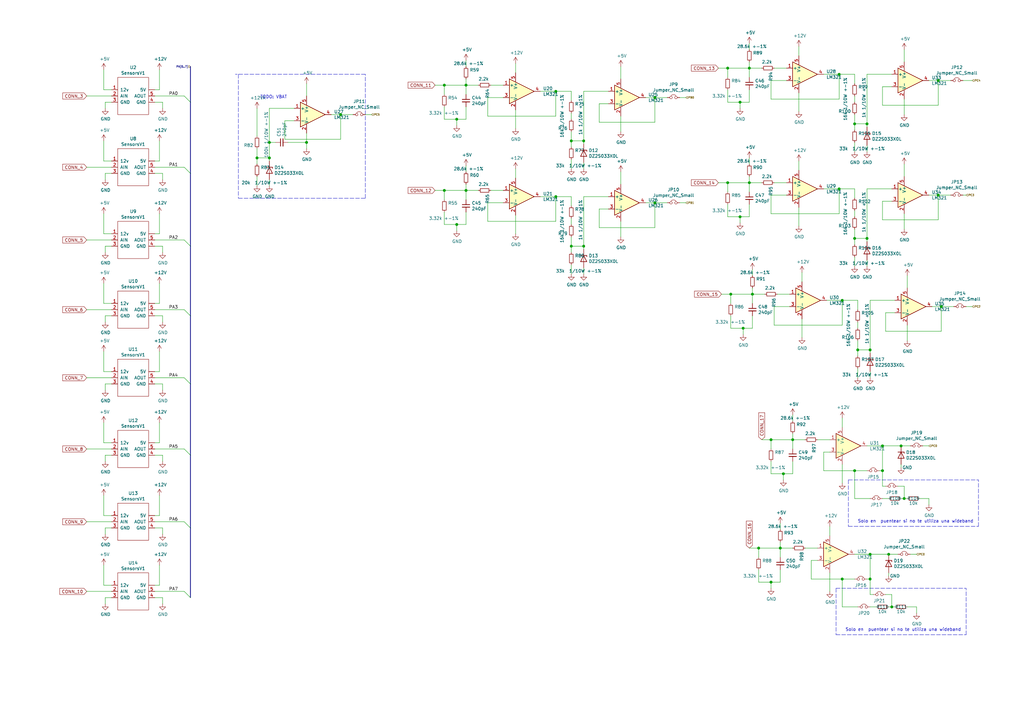
<source format=kicad_sch>
(kicad_sch (version 20201015) (generator eeschema)
  (page 1 5)
  (paper "A3")
  (junction (at 105.41 64.77) (diameter 1.016))
  (junction (at 110.49 58.42) (diameter 1.016))
  (junction (at 110.49 64.77) (diameter 1.016))
  (junction (at 125.73 58.42) (diameter 1.016))
  (junction (at 139.7 46.99) (diameter 1.016))
  (junction (at 182.245 34.925) (diameter 1.016))
  (junction (at 182.245 78.105) (diameter 1.016))
  (junction (at 187.325 48.895) (diameter 1.016))
  (junction (at 187.325 92.075) (diameter 1.016))
  (junction (at 191.135 34.925) (diameter 1.016))
  (junction (at 191.135 78.105) (diameter 1.016))
  (junction (at 227.965 37.465) (diameter 1.016))
  (junction (at 227.965 80.645) (diameter 1.016))
  (junction (at 234.315 57.785) (diameter 1.016))
  (junction (at 234.315 100.965) (diameter 1.016))
  (junction (at 239.395 57.785) (diameter 1.016))
  (junction (at 239.395 100.965) (diameter 1.016))
  (junction (at 268.605 40.005) (diameter 1.016))
  (junction (at 268.605 83.185) (diameter 1.016))
  (junction (at 298.45 27.94) (diameter 1.016))
  (junction (at 298.45 74.93) (diameter 1.016))
  (junction (at 299.72 120.65) (diameter 1.016))
  (junction (at 303.53 41.91) (diameter 1.016))
  (junction (at 303.53 88.9) (diameter 1.016))
  (junction (at 304.8 134.62) (diameter 1.016))
  (junction (at 307.34 27.94) (diameter 1.016))
  (junction (at 307.34 74.93) (diameter 1.016))
  (junction (at 308.61 120.65) (diameter 1.016))
  (junction (at 311.15 224.79) (diameter 1.016))
  (junction (at 316.23 180.34) (diameter 1.016))
  (junction (at 316.23 238.76) (diameter 1.016))
  (junction (at 320.04 224.79) (diameter 1.016))
  (junction (at 321.31 194.31) (diameter 1.016))
  (junction (at 325.12 180.34) (diameter 1.016))
  (junction (at 344.17 30.48) (diameter 1.016))
  (junction (at 344.17 77.47) (diameter 1.016))
  (junction (at 345.44 123.19) (diameter 1.016))
  (junction (at 345.44 237.49) (diameter 1.016))
  (junction (at 350.52 50.8) (diameter 1.016))
  (junction (at 350.52 97.79) (diameter 1.016))
  (junction (at 350.52 193.04) (diameter 1.016))
  (junction (at 351.79 143.51) (diameter 1.016))
  (junction (at 355.6 50.8) (diameter 1.016))
  (junction (at 355.6 97.79) (diameter 1.016))
  (junction (at 356.87 143.51) (diameter 1.016))
  (junction (at 356.87 227.33) (diameter 1.016))
  (junction (at 356.87 237.49) (diameter 1.016))
  (junction (at 361.95 182.88) (diameter 1.016))
  (junction (at 361.95 193.04) (diameter 1.016))
  (junction (at 364.49 227.33) (diameter 1.016))
  (junction (at 365.76 248.92) (diameter 1.016))
  (junction (at 369.57 182.88) (diameter 1.016))
  (junction (at 370.84 204.47) (diameter 1.016))
  (junction (at 384.81 33.02) (diameter 1.016))
  (junction (at 384.81 80.01) (diameter 1.016))
  (junction (at 386.08 125.73) (diameter 1.016))
  (bus_entry (at 75.565 39.37) (size 2.54 2.54) (stroke (width 0.1524)))
  (bus_entry (at 75.565 68.58) (size 2.54 2.54) (stroke (width 0.1524)))
  (bus_entry (at 75.565 98.425) (size 2.54 2.54) (stroke (width 0.1524)))
  (bus_entry (at 75.565 127) (size 2.54 2.54) (stroke (width 0.1524)))
  (bus_entry (at 75.565 154.94) (size 2.54 2.54) (stroke (width 0.1524)))
  (bus_entry (at 75.565 184.15) (size 2.54 2.54) (stroke (width 0.1524)))
  (bus_entry (at 75.565 213.995) (size 2.54 2.54) (stroke (width 0.1524)))
  (bus_entry (at 75.565 242.57) (size 2.54 2.54) (stroke (width 0.1524)))
  (wire (pts (xy 35.56 39.37) (xy 45.72 39.37)))
  (wire (pts (xy 35.56 68.58) (xy 45.72 68.58)))
  (wire (pts (xy 35.56 98.425) (xy 45.72 98.425)))
  (wire (pts (xy 35.56 127) (xy 45.72 127)))
  (wire (pts (xy 35.56 154.94) (xy 45.72 154.94)))
  (wire (pts (xy 35.56 184.15) (xy 45.72 184.15)))
  (wire (pts (xy 35.56 213.995) (xy 45.72 213.995)))
  (wire (pts (xy 35.56 242.57) (xy 45.72 242.57)))
  (wire (pts (xy 42.545 28.575) (xy 42.545 36.83)))
  (wire (pts (xy 42.545 36.83) (xy 45.72 36.83)))
  (wire (pts (xy 42.545 57.785) (xy 42.545 66.04)))
  (wire (pts (xy 42.545 66.04) (xy 45.72 66.04)))
  (wire (pts (xy 42.545 87.63) (xy 42.545 95.885)))
  (wire (pts (xy 42.545 95.885) (xy 45.72 95.885)))
  (wire (pts (xy 42.545 116.205) (xy 42.545 124.46)))
  (wire (pts (xy 42.545 124.46) (xy 45.72 124.46)))
  (wire (pts (xy 42.545 144.145) (xy 42.545 152.4)))
  (wire (pts (xy 42.545 152.4) (xy 45.72 152.4)))
  (wire (pts (xy 42.545 173.355) (xy 42.545 181.61)))
  (wire (pts (xy 42.545 181.61) (xy 45.72 181.61)))
  (wire (pts (xy 42.545 203.2) (xy 42.545 211.455)))
  (wire (pts (xy 42.545 211.455) (xy 45.72 211.455)))
  (wire (pts (xy 42.545 231.775) (xy 42.545 240.03)))
  (wire (pts (xy 42.545 240.03) (xy 45.72 240.03)))
  (wire (pts (xy 43.18 41.91) (xy 43.18 44.45)))
  (wire (pts (xy 43.18 71.12) (xy 43.18 73.66)))
  (wire (pts (xy 43.18 100.965) (xy 43.18 103.505)))
  (wire (pts (xy 43.18 129.54) (xy 43.18 132.08)))
  (wire (pts (xy 43.18 157.48) (xy 43.18 160.02)))
  (wire (pts (xy 43.18 186.69) (xy 43.18 189.23)))
  (wire (pts (xy 43.18 216.535) (xy 43.18 219.075)))
  (wire (pts (xy 43.18 245.11) (xy 43.18 247.65)))
  (wire (pts (xy 45.72 41.91) (xy 43.18 41.91)))
  (wire (pts (xy 45.72 71.12) (xy 43.18 71.12)))
  (wire (pts (xy 45.72 100.965) (xy 43.18 100.965)))
  (wire (pts (xy 45.72 129.54) (xy 43.18 129.54)))
  (wire (pts (xy 45.72 157.48) (xy 43.18 157.48)))
  (wire (pts (xy 45.72 186.69) (xy 43.18 186.69)))
  (wire (pts (xy 45.72 216.535) (xy 43.18 216.535)))
  (wire (pts (xy 45.72 245.11) (xy 43.18 245.11)))
  (wire (pts (xy 63.5 36.83) (xy 65.405 36.83)))
  (wire (pts (xy 63.5 39.37) (xy 75.565 39.37)))
  (wire (pts (xy 63.5 41.91) (xy 66.675 41.91)))
  (wire (pts (xy 63.5 66.04) (xy 65.405 66.04)))
  (wire (pts (xy 63.5 68.58) (xy 75.565 68.58)))
  (wire (pts (xy 63.5 71.12) (xy 66.675 71.12)))
  (wire (pts (xy 63.5 95.885) (xy 65.405 95.885)))
  (wire (pts (xy 63.5 98.425) (xy 75.565 98.425)))
  (wire (pts (xy 63.5 100.965) (xy 66.675 100.965)))
  (wire (pts (xy 63.5 124.46) (xy 65.405 124.46)))
  (wire (pts (xy 63.5 127) (xy 75.565 127)))
  (wire (pts (xy 63.5 129.54) (xy 66.675 129.54)))
  (wire (pts (xy 63.5 152.4) (xy 65.405 152.4)))
  (wire (pts (xy 63.5 154.94) (xy 75.565 154.94)))
  (wire (pts (xy 63.5 157.48) (xy 66.675 157.48)))
  (wire (pts (xy 63.5 181.61) (xy 65.405 181.61)))
  (wire (pts (xy 63.5 184.15) (xy 75.565 184.15)))
  (wire (pts (xy 63.5 186.69) (xy 66.675 186.69)))
  (wire (pts (xy 63.5 211.455) (xy 65.405 211.455)))
  (wire (pts (xy 63.5 213.995) (xy 75.565 213.995)))
  (wire (pts (xy 63.5 216.535) (xy 66.675 216.535)))
  (wire (pts (xy 63.5 240.03) (xy 65.405 240.03)))
  (wire (pts (xy 63.5 242.57) (xy 75.565 242.57)))
  (wire (pts (xy 63.5 245.11) (xy 66.675 245.11)))
  (wire (pts (xy 65.405 28.575) (xy 65.405 36.83)))
  (wire (pts (xy 65.405 57.785) (xy 65.405 66.04)))
  (wire (pts (xy 65.405 87.63) (xy 65.405 95.885)))
  (wire (pts (xy 65.405 116.205) (xy 65.405 124.46)))
  (wire (pts (xy 65.405 144.145) (xy 65.405 152.4)))
  (wire (pts (xy 65.405 173.355) (xy 65.405 181.61)))
  (wire (pts (xy 65.405 203.2) (xy 65.405 211.455)))
  (wire (pts (xy 65.405 231.775) (xy 65.405 240.03)))
  (wire (pts (xy 66.675 41.91) (xy 66.675 44.45)))
  (wire (pts (xy 66.675 71.12) (xy 66.675 73.66)))
  (wire (pts (xy 66.675 100.965) (xy 66.675 103.505)))
  (wire (pts (xy 66.675 129.54) (xy 66.675 132.08)))
  (wire (pts (xy 66.675 157.48) (xy 66.675 160.02)))
  (wire (pts (xy 66.675 186.69) (xy 66.675 189.23)))
  (wire (pts (xy 66.675 216.535) (xy 66.675 219.075)))
  (wire (pts (xy 66.675 245.11) (xy 66.675 247.65)))
  (wire (pts (xy 105.41 44.45) (xy 105.41 55.88)))
  (wire (pts (xy 105.41 60.96) (xy 105.41 64.77)))
  (wire (pts (xy 105.41 64.77) (xy 105.41 67.31)))
  (wire (pts (xy 105.41 72.39) (xy 105.41 76.2)))
  (wire (pts (xy 110.49 44.45) (xy 110.49 58.42)))
  (wire (pts (xy 110.49 44.45) (xy 120.65 44.45)))
  (wire (pts (xy 110.49 58.42) (xy 110.49 64.77)))
  (wire (pts (xy 110.49 64.77) (xy 105.41 64.77)))
  (wire (pts (xy 110.49 66.04) (xy 110.49 64.77)))
  (wire (pts (xy 110.49 76.2) (xy 110.49 73.66)))
  (wire (pts (xy 113.03 58.42) (xy 110.49 58.42)))
  (wire (pts (xy 116.84 49.53) (xy 116.84 57.15)))
  (wire (pts (xy 116.84 57.15) (xy 139.7 57.15)))
  (wire (pts (xy 118.11 58.42) (xy 125.73 58.42)))
  (wire (pts (xy 120.65 49.53) (xy 116.84 49.53)))
  (wire (pts (xy 125.73 39.37) (xy 125.73 34.29)))
  (wire (pts (xy 125.73 58.42) (xy 125.73 54.61)))
  (wire (pts (xy 125.73 60.96) (xy 125.73 58.42)))
  (wire (pts (xy 139.7 46.99) (xy 135.89 46.99)))
  (wire (pts (xy 139.7 46.99) (xy 144.78 46.99)))
  (wire (pts (xy 139.7 57.15) (xy 139.7 46.99)))
  (wire (pts (xy 152.4 46.99) (xy 149.86 46.99)))
  (wire (pts (xy 182.245 34.925) (xy 178.435 34.925)))
  (wire (pts (xy 182.245 38.735) (xy 182.245 34.925)))
  (wire (pts (xy 182.245 43.815) (xy 182.245 48.895)))
  (wire (pts (xy 182.245 48.895) (xy 187.325 48.895)))
  (wire (pts (xy 182.245 78.105) (xy 178.435 78.105)))
  (wire (pts (xy 182.245 81.915) (xy 182.245 78.105)))
  (wire (pts (xy 182.245 86.995) (xy 182.245 92.075)))
  (wire (pts (xy 182.245 92.075) (xy 187.325 92.075)))
  (wire (pts (xy 187.325 48.895) (xy 191.135 48.895)))
  (wire (pts (xy 187.325 51.435) (xy 187.325 48.895)))
  (wire (pts (xy 187.325 92.075) (xy 191.135 92.075)))
  (wire (pts (xy 187.325 94.615) (xy 187.325 92.075)))
  (wire (pts (xy 191.135 24.765) (xy 191.135 27.305)))
  (wire (pts (xy 191.135 32.385) (xy 191.135 34.925)))
  (wire (pts (xy 191.135 34.925) (xy 182.245 34.925)))
  (wire (pts (xy 191.135 34.925) (xy 191.135 38.735)))
  (wire (pts (xy 191.135 48.895) (xy 191.135 43.815)))
  (wire (pts (xy 191.135 67.945) (xy 191.135 70.485)))
  (wire (pts (xy 191.135 75.565) (xy 191.135 78.105)))
  (wire (pts (xy 191.135 78.105) (xy 182.245 78.105)))
  (wire (pts (xy 191.135 78.105) (xy 191.135 81.915)))
  (wire (pts (xy 191.135 92.075) (xy 191.135 86.995)))
  (wire (pts (xy 196.215 34.925) (xy 191.135 34.925)))
  (wire (pts (xy 196.215 78.105) (xy 191.135 78.105)))
  (wire (pts (xy 200.025 40.005) (xy 200.025 47.625)))
  (wire (pts (xy 200.025 47.625) (xy 227.965 47.625)))
  (wire (pts (xy 200.025 83.185) (xy 200.025 90.805)))
  (wire (pts (xy 200.025 90.805) (xy 227.965 90.805)))
  (wire (pts (xy 201.295 34.925) (xy 206.375 34.925)))
  (wire (pts (xy 201.295 78.105) (xy 206.375 78.105)))
  (wire (pts (xy 206.375 40.005) (xy 200.025 40.005)))
  (wire (pts (xy 206.375 83.185) (xy 200.025 83.185)))
  (wire (pts (xy 211.455 29.845) (xy 211.455 26.035)))
  (wire (pts (xy 211.455 45.085) (xy 211.455 52.705)))
  (wire (pts (xy 211.455 73.025) (xy 211.455 69.215)))
  (wire (pts (xy 211.455 88.265) (xy 211.455 95.885)))
  (wire (pts (xy 227.965 37.465) (xy 221.615 37.465)))
  (wire (pts (xy 227.965 37.465) (xy 234.315 37.465)))
  (wire (pts (xy 227.965 47.625) (xy 227.965 37.465)))
  (wire (pts (xy 227.965 80.645) (xy 221.615 80.645)))
  (wire (pts (xy 227.965 80.645) (xy 234.315 80.645)))
  (wire (pts (xy 227.965 90.805) (xy 227.965 80.645)))
  (wire (pts (xy 234.315 41.275) (xy 234.315 37.465)))
  (wire (pts (xy 234.315 48.895) (xy 234.315 46.355)))
  (wire (pts (xy 234.315 53.975) (xy 234.315 57.785)))
  (wire (pts (xy 234.315 57.785) (xy 234.315 60.325)))
  (wire (pts (xy 234.315 65.405) (xy 234.315 69.215)))
  (wire (pts (xy 234.315 84.455) (xy 234.315 80.645)))
  (wire (pts (xy 234.315 92.075) (xy 234.315 89.535)))
  (wire (pts (xy 234.315 97.155) (xy 234.315 100.965)))
  (wire (pts (xy 234.315 100.965) (xy 234.315 103.505)))
  (wire (pts (xy 234.315 108.585) (xy 234.315 112.395)))
  (wire (pts (xy 239.395 37.465) (xy 239.395 57.785)))
  (wire (pts (xy 239.395 37.465) (xy 249.555 37.465)))
  (wire (pts (xy 239.395 57.785) (xy 234.315 57.785)))
  (wire (pts (xy 239.395 59.055) (xy 239.395 57.785)))
  (wire (pts (xy 239.395 69.215) (xy 239.395 66.675)))
  (wire (pts (xy 239.395 80.645) (xy 239.395 100.965)))
  (wire (pts (xy 239.395 80.645) (xy 249.555 80.645)))
  (wire (pts (xy 239.395 100.965) (xy 234.315 100.965)))
  (wire (pts (xy 239.395 102.235) (xy 239.395 100.965)))
  (wire (pts (xy 239.395 112.395) (xy 239.395 109.855)))
  (wire (pts (xy 245.745 42.545) (xy 245.745 50.165)))
  (wire (pts (xy 245.745 50.165) (xy 268.605 50.165)))
  (wire (pts (xy 245.745 85.725) (xy 245.745 93.345)))
  (wire (pts (xy 245.745 93.345) (xy 268.605 93.345)))
  (wire (pts (xy 249.555 42.545) (xy 245.745 42.545)))
  (wire (pts (xy 249.555 85.725) (xy 245.745 85.725)))
  (wire (pts (xy 254.635 32.385) (xy 254.635 27.305)))
  (wire (pts (xy 254.635 53.975) (xy 254.635 47.625)))
  (wire (pts (xy 254.635 75.565) (xy 254.635 70.485)))
  (wire (pts (xy 254.635 97.155) (xy 254.635 90.805)))
  (wire (pts (xy 268.605 40.005) (xy 264.795 40.005)))
  (wire (pts (xy 268.605 50.165) (xy 268.605 40.005)))
  (wire (pts (xy 268.605 83.185) (xy 264.795 83.185)))
  (wire (pts (xy 268.605 93.345) (xy 268.605 83.185)))
  (wire (pts (xy 273.685 40.005) (xy 268.605 40.005)))
  (wire (pts (xy 273.685 83.185) (xy 268.605 83.185)))
  (wire (pts (xy 278.765 83.185) (xy 281.305 83.185)))
  (wire (pts (xy 281.305 40.005) (xy 278.765 40.005)))
  (wire (pts (xy 298.45 27.94) (xy 294.64 27.94)))
  (wire (pts (xy 298.45 31.75) (xy 298.45 27.94)))
  (wire (pts (xy 298.45 36.83) (xy 298.45 41.91)))
  (wire (pts (xy 298.45 41.91) (xy 303.53 41.91)))
  (wire (pts (xy 298.45 74.93) (xy 294.64 74.93)))
  (wire (pts (xy 298.45 78.74) (xy 298.45 74.93)))
  (wire (pts (xy 298.45 83.82) (xy 298.45 88.9)))
  (wire (pts (xy 298.45 88.9) (xy 303.53 88.9)))
  (wire (pts (xy 299.72 120.65) (xy 295.91 120.65)))
  (wire (pts (xy 299.72 124.46) (xy 299.72 120.65)))
  (wire (pts (xy 299.72 129.54) (xy 299.72 134.62)))
  (wire (pts (xy 299.72 134.62) (xy 304.8 134.62)))
  (wire (pts (xy 303.53 41.91) (xy 307.34 41.91)))
  (wire (pts (xy 303.53 44.45) (xy 303.53 41.91)))
  (wire (pts (xy 303.53 88.9) (xy 307.34 88.9)))
  (wire (pts (xy 303.53 91.44) (xy 303.53 88.9)))
  (wire (pts (xy 304.8 134.62) (xy 308.61 134.62)))
  (wire (pts (xy 304.8 137.16) (xy 304.8 134.62)))
  (wire (pts (xy 307.34 17.78) (xy 307.34 20.32)))
  (wire (pts (xy 307.34 25.4) (xy 307.34 27.94)))
  (wire (pts (xy 307.34 27.94) (xy 298.45 27.94)))
  (wire (pts (xy 307.34 27.94) (xy 307.34 31.75)))
  (wire (pts (xy 307.34 41.91) (xy 307.34 36.83)))
  (wire (pts (xy 307.34 64.77) (xy 307.34 67.31)))
  (wire (pts (xy 307.34 72.39) (xy 307.34 74.93)))
  (wire (pts (xy 307.34 74.93) (xy 298.45 74.93)))
  (wire (pts (xy 307.34 74.93) (xy 307.34 78.74)))
  (wire (pts (xy 307.34 88.9) (xy 307.34 83.82)))
  (wire (pts (xy 308.61 110.49) (xy 308.61 113.03)))
  (wire (pts (xy 308.61 118.11) (xy 308.61 120.65)))
  (wire (pts (xy 308.61 120.65) (xy 299.72 120.65)))
  (wire (pts (xy 308.61 120.65) (xy 308.61 124.46)))
  (wire (pts (xy 308.61 134.62) (xy 308.61 129.54)))
  (wire (pts (xy 311.15 224.79) (xy 307.34 224.79)))
  (wire (pts (xy 311.15 228.6) (xy 311.15 224.79)))
  (wire (pts (xy 311.15 233.68) (xy 311.15 238.76)))
  (wire (pts (xy 311.15 238.76) (xy 316.23 238.76)))
  (wire (pts (xy 312.42 27.94) (xy 307.34 27.94)))
  (wire (pts (xy 312.42 74.93) (xy 307.34 74.93)))
  (wire (pts (xy 313.69 120.65) (xy 308.61 120.65)))
  (wire (pts (xy 316.23 33.02) (xy 316.23 40.64)))
  (wire (pts (xy 316.23 40.64) (xy 344.17 40.64)))
  (wire (pts (xy 316.23 80.01) (xy 316.23 87.63)))
  (wire (pts (xy 316.23 87.63) (xy 344.17 87.63)))
  (wire (pts (xy 316.23 180.34) (xy 312.42 180.34)))
  (wire (pts (xy 316.23 184.15) (xy 316.23 180.34)))
  (wire (pts (xy 316.23 189.23) (xy 316.23 194.31)))
  (wire (pts (xy 316.23 194.31) (xy 321.31 194.31)))
  (wire (pts (xy 316.23 238.76) (xy 320.04 238.76)))
  (wire (pts (xy 316.23 241.3) (xy 316.23 238.76)))
  (wire (pts (xy 317.5 27.94) (xy 322.58 27.94)))
  (wire (pts (xy 317.5 74.93) (xy 322.58 74.93)))
  (wire (pts (xy 317.5 125.73) (xy 317.5 133.35)))
  (wire (pts (xy 317.5 133.35) (xy 345.44 133.35)))
  (wire (pts (xy 318.77 120.65) (xy 323.85 120.65)))
  (wire (pts (xy 320.04 214.63) (xy 320.04 217.17)))
  (wire (pts (xy 320.04 222.25) (xy 320.04 224.79)))
  (wire (pts (xy 320.04 224.79) (xy 311.15 224.79)))
  (wire (pts (xy 320.04 224.79) (xy 320.04 228.6)))
  (wire (pts (xy 320.04 238.76) (xy 320.04 233.68)))
  (wire (pts (xy 321.31 194.31) (xy 325.12 194.31)))
  (wire (pts (xy 321.31 196.85) (xy 321.31 194.31)))
  (wire (pts (xy 322.58 33.02) (xy 316.23 33.02)))
  (wire (pts (xy 322.58 80.01) (xy 316.23 80.01)))
  (wire (pts (xy 323.85 125.73) (xy 317.5 125.73)))
  (wire (pts (xy 325.12 170.18) (xy 325.12 172.72)))
  (wire (pts (xy 325.12 177.8) (xy 325.12 180.34)))
  (wire (pts (xy 325.12 180.34) (xy 316.23 180.34)))
  (wire (pts (xy 325.12 180.34) (xy 325.12 184.15)))
  (wire (pts (xy 325.12 194.31) (xy 325.12 189.23)))
  (wire (pts (xy 325.12 224.79) (xy 320.04 224.79)))
  (wire (pts (xy 327.66 22.86) (xy 327.66 19.05)))
  (wire (pts (xy 327.66 38.1) (xy 327.66 45.72)))
  (wire (pts (xy 327.66 69.85) (xy 327.66 66.04)))
  (wire (pts (xy 327.66 85.09) (xy 327.66 92.71)))
  (wire (pts (xy 328.93 115.57) (xy 328.93 111.76)))
  (wire (pts (xy 328.93 130.81) (xy 328.93 138.43)))
  (wire (pts (xy 330.2 180.34) (xy 325.12 180.34)))
  (wire (pts (xy 330.2 224.79) (xy 335.28 224.79)))
  (wire (pts (xy 332.74 229.87) (xy 332.74 237.49)))
  (wire (pts (xy 335.28 180.34) (xy 340.36 180.34)))
  (wire (pts (xy 335.28 229.87) (xy 332.74 229.87)))
  (wire (pts (xy 337.82 185.42) (xy 337.82 193.04)))
  (wire (pts (xy 340.36 185.42) (xy 337.82 185.42)))
  (wire (pts (xy 340.36 219.71) (xy 340.36 215.9)))
  (wire (pts (xy 340.36 234.95) (xy 340.36 242.57)))
  (wire (pts (xy 344.17 30.48) (xy 337.82 30.48)))
  (wire (pts (xy 344.17 30.48) (xy 350.52 30.48)))
  (wire (pts (xy 344.17 40.64) (xy 344.17 30.48)))
  (wire (pts (xy 344.17 77.47) (xy 337.82 77.47)))
  (wire (pts (xy 344.17 77.47) (xy 350.52 77.47)))
  (wire (pts (xy 344.17 87.63) (xy 344.17 77.47)))
  (wire (pts (xy 345.44 123.19) (xy 339.09 123.19)))
  (wire (pts (xy 345.44 123.19) (xy 351.79 123.19)))
  (wire (pts (xy 345.44 133.35) (xy 345.44 123.19)))
  (wire (pts (xy 345.44 175.26) (xy 345.44 171.45)))
  (wire (pts (xy 345.44 190.5) (xy 345.44 198.12)))
  (wire (pts (xy 345.44 237.49) (xy 332.74 237.49)))
  (wire (pts (xy 345.44 248.92) (xy 345.44 237.49)))
  (wire (pts (xy 350.52 34.29) (xy 350.52 30.48)))
  (wire (pts (xy 350.52 41.91) (xy 350.52 39.37)))
  (wire (pts (xy 350.52 46.99) (xy 350.52 50.8)))
  (wire (pts (xy 350.52 50.8) (xy 350.52 53.34)))
  (wire (pts (xy 350.52 58.42) (xy 350.52 62.23)))
  (wire (pts (xy 350.52 81.28) (xy 350.52 77.47)))
  (wire (pts (xy 350.52 88.9) (xy 350.52 86.36)))
  (wire (pts (xy 350.52 93.98) (xy 350.52 97.79)))
  (wire (pts (xy 350.52 97.79) (xy 350.52 100.33)))
  (wire (pts (xy 350.52 105.41) (xy 350.52 109.22)))
  (wire (pts (xy 350.52 193.04) (xy 337.82 193.04)))
  (wire (pts (xy 350.52 204.47) (xy 350.52 193.04)))
  (wire (pts (xy 350.52 237.49) (xy 345.44 237.49)))
  (wire (pts (xy 351.79 127) (xy 351.79 123.19)))
  (wire (pts (xy 351.79 134.62) (xy 351.79 132.08)))
  (wire (pts (xy 351.79 139.7) (xy 351.79 143.51)))
  (wire (pts (xy 351.79 143.51) (xy 351.79 146.05)))
  (wire (pts (xy 351.79 151.13) (xy 351.79 154.94)))
  (wire (pts (xy 351.79 248.92) (xy 345.44 248.92)))
  (wire (pts (xy 355.6 30.48) (xy 355.6 50.8)))
  (wire (pts (xy 355.6 30.48) (xy 365.76 30.48)))
  (wire (pts (xy 355.6 50.8) (xy 350.52 50.8)))
  (wire (pts (xy 355.6 52.07) (xy 355.6 50.8)))
  (wire (pts (xy 355.6 62.23) (xy 355.6 59.69)))
  (wire (pts (xy 355.6 77.47) (xy 355.6 97.79)))
  (wire (pts (xy 355.6 77.47) (xy 365.76 77.47)))
  (wire (pts (xy 355.6 97.79) (xy 350.52 97.79)))
  (wire (pts (xy 355.6 99.06) (xy 355.6 97.79)))
  (wire (pts (xy 355.6 109.22) (xy 355.6 106.68)))
  (wire (pts (xy 355.6 193.04) (xy 350.52 193.04)))
  (wire (pts (xy 355.6 237.49) (xy 356.87 237.49)))
  (wire (pts (xy 356.87 123.19) (xy 356.87 143.51)))
  (wire (pts (xy 356.87 123.19) (xy 367.03 123.19)))
  (wire (pts (xy 356.87 143.51) (xy 351.79 143.51)))
  (wire (pts (xy 356.87 144.78) (xy 356.87 143.51)))
  (wire (pts (xy 356.87 154.94) (xy 356.87 152.4)))
  (wire (pts (xy 356.87 204.47) (xy 350.52 204.47)))
  (wire (pts (xy 356.87 227.33) (xy 350.52 227.33)))
  (wire (pts (xy 356.87 227.33) (xy 364.49 227.33)))
  (wire (pts (xy 356.87 237.49) (xy 356.87 227.33)))
  (wire (pts (xy 356.87 243.84) (xy 356.87 237.49)))
  (wire (pts (xy 356.87 248.92) (xy 359.41 248.92)))
  (wire (pts (xy 358.14 243.84) (xy 356.87 243.84)))
  (wire (pts (xy 360.68 193.04) (xy 361.95 193.04)))
  (wire (pts (xy 361.95 35.56) (xy 361.95 43.18)))
  (wire (pts (xy 361.95 43.18) (xy 384.81 43.18)))
  (wire (pts (xy 361.95 82.55) (xy 361.95 90.17)))
  (wire (pts (xy 361.95 90.17) (xy 384.81 90.17)))
  (wire (pts (xy 361.95 182.88) (xy 355.6 182.88)))
  (wire (pts (xy 361.95 182.88) (xy 369.57 182.88)))
  (wire (pts (xy 361.95 193.04) (xy 361.95 182.88)))
  (wire (pts (xy 361.95 199.39) (xy 361.95 193.04)))
  (wire (pts (xy 361.95 204.47) (xy 364.49 204.47)))
  (wire (pts (xy 363.22 128.27) (xy 363.22 135.89)))
  (wire (pts (xy 363.22 135.89) (xy 386.08 135.89)))
  (wire (pts (xy 363.22 199.39) (xy 361.95 199.39)))
  (wire (pts (xy 364.49 227.33) (xy 368.3 227.33)))
  (wire (pts (xy 364.49 236.22) (xy 364.49 234.95)))
  (wire (pts (xy 364.49 248.92) (xy 365.76 248.92)))
  (wire (pts (xy 365.76 35.56) (xy 361.95 35.56)))
  (wire (pts (xy 365.76 82.55) (xy 361.95 82.55)))
  (wire (pts (xy 365.76 243.84) (xy 363.22 243.84)))
  (wire (pts (xy 365.76 248.92) (xy 365.76 243.84)))
  (wire (pts (xy 365.76 248.92) (xy 367.03 248.92)))
  (wire (pts (xy 367.03 128.27) (xy 363.22 128.27)))
  (wire (pts (xy 369.57 182.88) (xy 373.38 182.88)))
  (wire (pts (xy 369.57 191.77) (xy 369.57 190.5)))
  (wire (pts (xy 369.57 204.47) (xy 370.84 204.47)))
  (wire (pts (xy 370.84 25.4) (xy 370.84 20.32)))
  (wire (pts (xy 370.84 46.99) (xy 370.84 40.64)))
  (wire (pts (xy 370.84 72.39) (xy 370.84 67.31)))
  (wire (pts (xy 370.84 93.98) (xy 370.84 87.63)))
  (wire (pts (xy 370.84 199.39) (xy 368.3 199.39)))
  (wire (pts (xy 370.84 204.47) (xy 370.84 199.39)))
  (wire (pts (xy 370.84 204.47) (xy 372.11 204.47)))
  (wire (pts (xy 372.11 118.11) (xy 372.11 113.03)))
  (wire (pts (xy 372.11 139.7) (xy 372.11 133.35)))
  (wire (pts (xy 372.11 248.92) (xy 375.92 248.92)))
  (wire (pts (xy 375.92 227.33) (xy 373.38 227.33)))
  (wire (pts (xy 375.92 248.92) (xy 375.92 251.46)))
  (wire (pts (xy 377.19 204.47) (xy 381 204.47)))
  (wire (pts (xy 381 182.88) (xy 378.46 182.88)))
  (wire (pts (xy 381 204.47) (xy 381 207.01)))
  (wire (pts (xy 384.81 33.02) (xy 381 33.02)))
  (wire (pts (xy 384.81 43.18) (xy 384.81 33.02)))
  (wire (pts (xy 384.81 80.01) (xy 381 80.01)))
  (wire (pts (xy 384.81 80.01) (xy 389.89 80.01)))
  (wire (pts (xy 384.81 90.17) (xy 384.81 80.01)))
  (wire (pts (xy 386.08 125.73) (xy 382.27 125.73)))
  (wire (pts (xy 386.08 125.73) (xy 391.16 125.73)))
  (wire (pts (xy 386.08 135.89) (xy 386.08 125.73)))
  (wire (pts (xy 389.89 33.02) (xy 384.81 33.02)))
  (wire (pts (xy 396.24 80.01) (xy 394.97 80.01)))
  (wire (pts (xy 398.78 33.02) (xy 394.97 33.02)))
  (wire (pts (xy 398.78 125.73) (xy 396.24 125.73)))
  (bus (pts (xy 78.105 27.305) (xy 78.105 41.91)))
  (bus (pts (xy 78.105 41.91) (xy 78.105 71.12)))
  (bus (pts (xy 78.105 71.12) (xy 78.105 100.965)))
  (bus (pts (xy 78.105 100.965) (xy 78.105 129.54)))
  (bus (pts (xy 78.105 129.54) (xy 78.105 157.48)))
  (bus (pts (xy 78.105 157.48) (xy 78.105 186.69)))
  (bus (pts (xy 78.105 186.69) (xy 78.105 216.535)))
  (bus (pts (xy 78.105 216.535) (xy 78.105 245.11)))
  (polyline (pts (xy 97.79 30.48) (xy 97.79 81.28)) (stroke (width 0) (type dash)))
  (polyline (pts (xy 97.79 81.28) (xy 149.86 81.28)) (stroke (width 0) (type dash)))
  (polyline (pts (xy 149.86 30.48) (xy 96.52 30.48)) (stroke (width 0) (type dash)))
  (polyline (pts (xy 149.86 81.28) (xy 149.86 30.48)) (stroke (width 0) (type dash)))
  (polyline (pts (xy 342.9 241.3) (xy 342.9 260.35)) (stroke (width 0) (type dash)))
  (polyline (pts (xy 342.9 241.3) (xy 396.24 241.3)) (stroke (width 0) (type dash)))
  (polyline (pts (xy 342.9 260.35) (xy 396.24 260.35)) (stroke (width 0) (type dash)))
  (polyline (pts (xy 347.98 196.85) (xy 347.98 215.9)) (stroke (width 0) (type dash)))
  (polyline (pts (xy 347.98 196.85) (xy 401.32 196.85)) (stroke (width 0) (type dash)))
  (polyline (pts (xy 347.98 215.9) (xy 401.32 215.9)) (stroke (width 0) (type dash)))
  (polyline (pts (xy 396.24 260.35) (xy 396.24 241.3)) (stroke (width 0) (type dash)))
  (polyline (pts (xy 401.32 215.9) (xy 401.32 196.85)) (stroke (width 0) (type dash)))
  (text "TODO: VBAT" (at 106.68 40.64 0) (effects (font (size 1.27 1.27)) (justify left bottom)))
  (text "Solo en  puentear si no te utiliza una wideband" (at 346.71 259.08 0) (effects (font (size 1.27 1.27)) (justify left bottom)))
  (text "Solo en  puentear si no te utiliza una wideband" (at 351.79 214.63 0) (effects (font (size 1.27 1.27)) (justify left bottom)))
  (label "PA0" (at 73.025 39.37 180))
  (label "PA1" (at 73.025 68.58 180))
  (label "PA2" (at 73.025 98.425 180))
  (label "PA3" (at 73.025 127 180))
  (label "PA4" (at 73.025 154.94 180))
  (label "PA5" (at 73.025 184.15 180))
  (label "PA6" (at 73.025 213.995 180))
  (label "PA7" (at 73.025 242.57 180))
  (global_label "CONN_3" (shape input) (at 35.56 39.37 180))
  (global_label "CONN_4" (shape input) (at 35.56 68.58 180))
  (global_label "CONN_5" (shape input) (at 35.56 98.425 180))
  (global_label "CONN_6" (shape input) (at 35.56 127 180))
  (global_label "CONN_7" (shape input) (at 35.56 154.94 180))
  (global_label "CONN_8" (shape input) (at 35.56 184.15 180))
  (global_label "CONN_9" (shape input) (at 35.56 213.995 180))
  (global_label "CONN_10" (shape input) (at 35.56 242.57 180))
  (global_label "CONN_11" (shape input) (at 178.435 34.925 180))
  (global_label "CONN_12" (shape input) (at 178.435 78.105 180))
  (global_label "CONN_13" (shape input) (at 294.64 27.94 180))
  (global_label "CONN_14" (shape input) (at 294.64 74.93 180))
  (global_label "CONN_15" (shape input) (at 295.91 120.65 180))
  (global_label "CONN_16" (shape input) (at 307.34 224.79 90))
  (global_label "CONN_17" (shape input) (at 312.42 180.34 90))
  (hierarchical_label "PA[0..7]" (shape input) (at 78.105 27.305 180) (effects (font (size 0.787 0.787))))
  (hierarchical_label "PC5" (shape input) (at 152.4 46.99 0) (effects (font (size 0.7874 0.7874))))
  (hierarchical_label "PB0" (shape input) (at 281.305 40.005 0) (effects (font (size 0.7874 0.7874))))
  (hierarchical_label "PB1" (shape input) (at 281.305 83.185 0) (effects (font (size 0.7874 0.7874))))
  (hierarchical_label "PC0" (shape input) (at 375.92 227.33 0) (effects (font (size 0.7874 0.7874))))
  (hierarchical_label "PC0" (shape input) (at 381 182.88 0) (effects (font (size 0.7874 0.7874))))
  (hierarchical_label "PC3" (shape input) (at 396.24 80.01 0) (effects (font (size 0.7874 0.7874))))
  (hierarchical_label "PC4" (shape input) (at 398.78 33.02 0) (effects (font (size 0.7874 0.7874))))
  (hierarchical_label "PC2" (shape input) (at 398.78 125.73 0) (effects (font (size 0.7874 0.7874))))
  (symbol (lib_id "power:+5V") (at 42.545 28.575 0) (unit 1)
    (property "Reference" "#PWR032" (effects hide))
    (property "Value" "+5V" (at 42.926 24.1808 0))
  )
  (symbol (lib_id "power:+5V") (at 42.545 57.785 0) (unit 1)
    (property "Reference" "#PWR0103" (effects hide))
    (property "Value" "+5V" (at 42.926 53.3908 0))
  )
  (symbol (lib_id "power:+5V") (at 42.545 87.63 0) (unit 1)
    (property "Reference" "#PWR0186" (effects hide))
    (property "Value" "+5V" (at 42.926 83.2358 0))
  )
  (symbol (lib_id "power:+5V") (at 42.545 116.205 0) (unit 1)
    (property "Reference" "#PWR0182" (effects hide))
    (property "Value" "+5V" (at 42.926 111.8108 0))
  )
  (symbol (lib_id "power:+5V") (at 42.545 144.145 0) (unit 1)
    (property "Reference" "#PWR0193" (effects hide))
    (property "Value" "+5V" (at 42.926 139.7508 0))
  )
  (symbol (lib_id "power:+5V") (at 42.545 173.355 0) (unit 1)
    (property "Reference" "#PWR0194" (effects hide))
    (property "Value" "+5V" (at 42.926 168.9608 0))
  )
  (symbol (lib_id "power:+5V") (at 42.545 203.2 0) (unit 1)
    (property "Reference" "#PWR0203" (effects hide))
    (property "Value" "+5V" (at 42.926 198.8058 0))
  )
  (symbol (lib_id "power:+5V") (at 42.545 231.775 0) (unit 1)
    (property "Reference" "#PWR0207" (effects hide))
    (property "Value" "+5V" (at 42.926 227.3808 0))
  )
  (symbol (lib_id "power:+12V") (at 65.405 28.575 0) (unit 1)
    (property "Reference" "#PWR037" (effects hide))
    (property "Value" "+12V" (at 65.786 24.1808 0))
  )
  (symbol (lib_id "power:+12V") (at 65.405 57.785 0) (unit 1)
    (property "Reference" "#PWR0104" (effects hide))
    (property "Value" "+12V" (at 65.786 53.3908 0))
  )
  (symbol (lib_id "power:+12V") (at 65.405 87.63 0) (unit 1)
    (property "Reference" "#PWR0187" (effects hide))
    (property "Value" "+12V" (at 65.786 83.2358 0))
  )
  (symbol (lib_id "power:+12V") (at 65.405 116.205 0) (unit 1)
    (property "Reference" "#PWR0190" (effects hide))
    (property "Value" "+12V" (at 65.786 111.8108 0))
  )
  (symbol (lib_id "power:+12V") (at 65.405 144.145 0) (unit 1)
    (property "Reference" "#PWR0191" (effects hide))
    (property "Value" "+12V" (at 65.786 139.7508 0))
  )
  (symbol (lib_id "power:+12V") (at 65.405 173.355 0) (unit 1)
    (property "Reference" "#PWR0195" (effects hide))
    (property "Value" "+12V" (at 65.786 168.9608 0))
  )
  (symbol (lib_id "power:+12V") (at 65.405 203.2 0) (unit 1)
    (property "Reference" "#PWR0202" (effects hide))
    (property "Value" "+12V" (at 65.786 198.8058 0))
  )
  (symbol (lib_id "power:+12V") (at 65.405 231.775 0) (unit 1)
    (property "Reference" "#PWR0204" (effects hide))
    (property "Value" "+12V" (at 65.786 227.3808 0))
  )
  (symbol (lib_id "power:+12VA") (at 105.41 44.45 0) (unit 1)
    (property "Reference" "#PWR0179" (effects hide))
    (property "Value" "+12VA" (at 105.7783 40.1256 0))
  )
  (symbol (lib_id "power:+5V") (at 125.73 34.29 0) (unit 1)
    (property "Reference" "#PWR0133" (effects hide))
    (property "Value" "+5V" (at 126.111 29.8958 0))
  )
  (symbol (lib_id "power:+5V") (at 191.135 24.765 0) (unit 1)
    (property "Reference" "#PWR075" (effects hide))
    (property "Value" "+5V" (at 191.516 20.3708 0))
  )
  (symbol (lib_id "power:+5V") (at 191.135 67.945 0) (unit 1)
    (property "Reference" "#PWR076" (effects hide))
    (property "Value" "+5V" (at 191.516 63.5508 0))
  )
  (symbol (lib_id "power:+12V") (at 211.455 26.035 0) (unit 1)
    (property "Reference" "#PWR083" (effects hide))
    (property "Value" "+12V" (at 211.836 21.6408 0))
  )
  (symbol (lib_id "power:+12V") (at 211.455 69.215 0) (unit 1)
    (property "Reference" "#PWR085" (effects hide))
    (property "Value" "+12V" (at 211.836 64.8208 0))
  )
  (symbol (lib_id "power:+5V") (at 254.635 27.305 0) (unit 1)
    (property "Reference" "#PWR0121" (effects hide))
    (property "Value" "+5V" (at 255.016 22.9108 0))
  )
  (symbol (lib_id "power:+5V") (at 254.635 70.485 0) (unit 1)
    (property "Reference" "#PWR0129" (effects hide))
    (property "Value" "+5V" (at 255.016 66.0908 0))
  )
  (symbol (lib_id "power:+5V") (at 307.34 17.78 0) (unit 1)
    (property "Reference" "#PWR0140" (effects hide))
    (property "Value" "+5V" (at 307.721 13.3858 0))
  )
  (symbol (lib_id "power:+5V") (at 307.34 64.77 0) (unit 1)
    (property "Reference" "#PWR0141" (effects hide))
    (property "Value" "+5V" (at 307.721 60.3758 0))
  )
  (symbol (lib_id "power:+5V") (at 308.61 110.49 0) (unit 1)
    (property "Reference" "#PWR0142" (effects hide))
    (property "Value" "+5V" (at 308.991 106.0958 0))
  )
  (symbol (lib_id "power:+5V") (at 320.04 214.63 0) (unit 1)
    (property "Reference" "#PWR0144" (effects hide))
    (property "Value" "+5V" (at 320.421 210.2358 0))
  )
  (symbol (lib_id "power:+5V") (at 325.12 170.18 0) (unit 1)
    (property "Reference" "#PWR0143" (effects hide))
    (property "Value" "+5V" (at 325.501 165.7858 0))
  )
  (symbol (lib_id "power:+12V") (at 327.66 19.05 0) (unit 1)
    (property "Reference" "#PWR0145" (effects hide))
    (property "Value" "+12V" (at 328.041 14.6558 0))
  )
  (symbol (lib_id "power:+12V") (at 327.66 66.04 0) (unit 1)
    (property "Reference" "#PWR0147" (effects hide))
    (property "Value" "+12V" (at 328.041 61.6458 0))
  )
  (symbol (lib_id "power:+12V") (at 328.93 111.76 0) (unit 1)
    (property "Reference" "#PWR0149" (effects hide))
    (property "Value" "+12V" (at 329.311 107.3658 0))
  )
  (symbol (lib_id "power:+12V") (at 340.36 215.9 0) (unit 1)
    (property "Reference" "#PWR0153" (effects hide))
    (property "Value" "+12V" (at 340.741 211.5058 0))
  )
  (symbol (lib_id "power:+12V") (at 345.44 171.45 0) (unit 1)
    (property "Reference" "#PWR0151" (effects hide))
    (property "Value" "+12V" (at 345.821 167.0558 0))
  )
  (symbol (lib_id "power:+5V") (at 370.84 20.32 0) (unit 1)
    (property "Reference" "#PWR0165" (effects hide))
    (property "Value" "+5V" (at 371.221 15.9258 0))
  )
  (symbol (lib_id "power:+5V") (at 370.84 67.31 0) (unit 1)
    (property "Reference" "#PWR0167" (effects hide))
    (property "Value" "+5V" (at 371.221 62.9158 0))
  )
  (symbol (lib_id "power:+5V") (at 372.11 113.03 0) (unit 1)
    (property "Reference" "#PWR0169" (effects hide))
    (property "Value" "+5V" (at 372.491 108.6358 0))
  )
  (symbol (lib_id "power:GND") (at 43.18 44.45 0) (unit 1)
    (property "Reference" "#PWR0180" (effects hide))
    (property "Value" "GND" (at 43.2943 48.7744 0))
  )
  (symbol (lib_id "power:GND") (at 43.18 73.66 0) (unit 1)
    (property "Reference" "#PWR0185" (effects hide))
    (property "Value" "GND" (at 43.2943 77.9844 0))
  )
  (symbol (lib_id "power:GND") (at 43.18 103.505 0) (unit 1)
    (property "Reference" "#PWR0188" (effects hide))
    (property "Value" "GND" (at 43.2943 107.8294 0))
  )
  (symbol (lib_id "power:GND") (at 43.18 132.08 0) (unit 1)
    (property "Reference" "#PWR0192" (effects hide))
    (property "Value" "GND" (at 43.2943 136.4044 0))
  )
  (symbol (lib_id "power:GND") (at 43.18 160.02 0) (unit 1)
    (property "Reference" "#PWR0196" (effects hide))
    (property "Value" "GND" (at 43.2943 164.3444 0))
  )
  (symbol (lib_id "power:GND") (at 43.18 189.23 0) (unit 1)
    (property "Reference" "#PWR0200" (effects hide))
    (property "Value" "GND" (at 43.2943 193.5544 0))
  )
  (symbol (lib_id "power:GND") (at 43.18 219.075 0) (unit 1)
    (property "Reference" "#PWR0206" (effects hide))
    (property "Value" "GND" (at 43.2943 223.3994 0))
  )
  (symbol (lib_id "power:GND") (at 43.18 247.65 0) (unit 1)
    (property "Reference" "#PWR0199" (effects hide))
    (property "Value" "GND" (at 43.2943 251.9744 0))
  )
  (symbol (lib_id "power:GND") (at 66.675 44.45 0) (unit 1)
    (property "Reference" "#PWR0181" (effects hide))
    (property "Value" "GND" (at 66.7893 48.7744 0))
  )
  (symbol (lib_id "power:GND") (at 66.675 73.66 0) (unit 1)
    (property "Reference" "#PWR0184" (effects hide))
    (property "Value" "GND" (at 66.7893 77.9844 0))
  )
  (symbol (lib_id "power:GND") (at 66.675 103.505 0) (unit 1)
    (property "Reference" "#PWR0189" (effects hide))
    (property "Value" "GND" (at 66.7893 107.8294 0))
  )
  (symbol (lib_id "power:GND") (at 66.675 132.08 0) (unit 1)
    (property "Reference" "#PWR0183" (effects hide))
    (property "Value" "GND" (at 66.7893 136.4044 0))
  )
  (symbol (lib_id "power:GND") (at 66.675 160.02 0) (unit 1)
    (property "Reference" "#PWR0197" (effects hide))
    (property "Value" "GND" (at 66.7893 164.3444 0))
  )
  (symbol (lib_id "power:GND") (at 66.675 189.23 0) (unit 1)
    (property "Reference" "#PWR0201" (effects hide))
    (property "Value" "GND" (at 66.7893 193.5544 0))
  )
  (symbol (lib_id "power:GND") (at 66.675 219.075 0) (unit 1)
    (property "Reference" "#PWR0198" (effects hide))
    (property "Value" "GND" (at 66.7893 223.3994 0))
  )
  (symbol (lib_id "power:GND") (at 66.675 247.65 0) (unit 1)
    (property "Reference" "#PWR0205" (effects hide))
    (property "Value" "GND" (at 66.7893 251.9744 0))
  )
  (symbol (lib_id "power:GND") (at 105.41 76.2 0) (unit 1)
    (property "Reference" "#PWR0131" (effects hide))
    (property "Value" "GND" (at 105.537 80.5942 0))
  )
  (symbol (lib_id "power:GND") (at 110.49 76.2 0) (unit 1)
    (property "Reference" "#PWR0132" (effects hide))
    (property "Value" "GND" (at 110.617 80.5942 0))
  )
  (symbol (lib_id "power:GND") (at 125.73 60.96 0) (unit 1)
    (property "Reference" "#PWR0134" (effects hide))
    (property "Value" "GND" (at 125.857 65.3542 0))
  )
  (symbol (lib_id "power:GND") (at 187.325 51.435 0) (unit 1)
    (property "Reference" "#PWR070" (effects hide))
    (property "Value" "GND" (at 187.452 55.8292 0))
  )
  (symbol (lib_id "power:GND") (at 187.325 94.615 0) (unit 1)
    (property "Reference" "#PWR071" (effects hide))
    (property "Value" "GND" (at 187.452 99.0092 0))
  )
  (symbol (lib_id "power:GND") (at 211.455 52.705 0) (unit 1)
    (property "Reference" "#PWR084" (effects hide))
    (property "Value" "GND" (at 211.582 57.0992 0))
  )
  (symbol (lib_id "power:GND") (at 211.455 95.885 0) (unit 1)
    (property "Reference" "#PWR086" (effects hide))
    (property "Value" "GND" (at 211.582 100.2792 0))
  )
  (symbol (lib_id "power:GND") (at 234.315 69.215 0) (unit 1)
    (property "Reference" "#PWR090" (effects hide))
    (property "Value" "GND" (at 234.442 73.6092 0))
  )
  (symbol (lib_id "power:GND") (at 234.315 112.395 0) (unit 1)
    (property "Reference" "#PWR091" (effects hide))
    (property "Value" "GND" (at 234.442 116.7892 0))
  )
  (symbol (lib_id "power:GND") (at 239.395 69.215 0) (unit 1)
    (property "Reference" "#PWR095" (effects hide))
    (property "Value" "GND" (at 239.522 73.6092 0))
  )
  (symbol (lib_id "power:GND") (at 239.395 112.395 0) (unit 1)
    (property "Reference" "#PWR096" (effects hide))
    (property "Value" "GND" (at 239.522 116.7892 0))
  )
  (symbol (lib_id "power:GND") (at 254.635 53.975 0) (unit 1)
    (property "Reference" "#PWR0122" (effects hide))
    (property "Value" "GND" (at 254.762 58.3692 0))
  )
  (symbol (lib_id "power:GND") (at 254.635 97.155 0) (unit 1)
    (property "Reference" "#PWR0130" (effects hide))
    (property "Value" "GND" (at 254.762 101.5492 0))
  )
  (symbol (lib_id "power:GND") (at 303.53 44.45 0) (unit 1)
    (property "Reference" "#PWR0135" (effects hide))
    (property "Value" "GND" (at 303.657 48.8442 0))
  )
  (symbol (lib_id "power:GND") (at 303.53 91.44 0) (unit 1)
    (property "Reference" "#PWR0136" (effects hide))
    (property "Value" "GND" (at 303.657 95.8342 0))
  )
  (symbol (lib_id "power:GND") (at 304.8 137.16 0) (unit 1)
    (property "Reference" "#PWR0137" (effects hide))
    (property "Value" "GND" (at 304.927 141.5542 0))
  )
  (symbol (lib_id "power:GND") (at 316.23 241.3 0) (unit 1)
    (property "Reference" "#PWR0139" (effects hide))
    (property "Value" "GND" (at 316.357 245.6942 0))
  )
  (symbol (lib_id "power:GND") (at 321.31 196.85 0) (unit 1)
    (property "Reference" "#PWR0138" (effects hide))
    (property "Value" "GND" (at 321.437 201.2442 0))
  )
  (symbol (lib_id "power:GND") (at 327.66 45.72 0) (unit 1)
    (property "Reference" "#PWR0146" (effects hide))
    (property "Value" "GND" (at 327.787 50.1142 0))
  )
  (symbol (lib_id "power:GND") (at 327.66 92.71 0) (unit 1)
    (property "Reference" "#PWR0148" (effects hide))
    (property "Value" "GND" (at 327.787 97.1042 0))
  )
  (symbol (lib_id "power:GND") (at 328.93 138.43 0) (unit 1)
    (property "Reference" "#PWR0150" (effects hide))
    (property "Value" "GND" (at 329.057 142.8242 0))
  )
  (symbol (lib_id "power:GND") (at 340.36 242.57 0) (unit 1)
    (property "Reference" "#PWR0154" (effects hide))
    (property "Value" "GND" (at 340.487 246.9642 0))
  )
  (symbol (lib_id "power:GND") (at 345.44 198.12 0) (unit 1)
    (property "Reference" "#PWR0158" (effects hide))
    (property "Value" "GND" (at 345.567 202.5142 0))
  )
  (symbol (lib_id "power:GND") (at 350.52 62.23 0) (unit 1)
    (property "Reference" "#PWR0155" (effects hide))
    (property "Value" "GND" (at 350.647 66.6242 0))
  )
  (symbol (lib_id "power:GND") (at 350.52 109.22 0) (unit 1)
    (property "Reference" "#PWR0156" (effects hide))
    (property "Value" "GND" (at 350.647 113.6142 0))
  )
  (symbol (lib_id "power:GND") (at 351.79 154.94 0) (unit 1)
    (property "Reference" "#PWR0157" (effects hide))
    (property "Value" "GND" (at 351.917 159.3342 0))
  )
  (symbol (lib_id "power:GND") (at 355.6 62.23 0) (unit 1)
    (property "Reference" "#PWR0160" (effects hide))
    (property "Value" "GND" (at 355.727 66.6242 0))
  )
  (symbol (lib_id "power:GND") (at 355.6 109.22 0) (unit 1)
    (property "Reference" "#PWR0161" (effects hide))
    (property "Value" "GND" (at 355.727 113.6142 0))
  )
  (symbol (lib_id "power:GND") (at 356.87 154.94 0) (unit 1)
    (property "Reference" "#PWR0162" (effects hide))
    (property "Value" "GND" (at 356.997 159.3342 0))
  )
  (symbol (lib_id "power:GND") (at 364.49 236.22 0) (unit 1)
    (property "Reference" "#PWR0159" (effects hide))
    (property "Value" "GND" (at 367.03 236.22 0))
  )
  (symbol (lib_id "power:GND") (at 369.57 191.77 0) (unit 1)
    (property "Reference" "#PWR0171" (effects hide))
    (property "Value" "GND" (at 372.11 191.77 0))
  )
  (symbol (lib_id "power:GND") (at 370.84 46.99 0) (unit 1)
    (property "Reference" "#PWR0166" (effects hide))
    (property "Value" "GND" (at 370.967 51.3842 0))
  )
  (symbol (lib_id "power:GND") (at 370.84 93.98 0) (unit 1)
    (property "Reference" "#PWR0168" (effects hide))
    (property "Value" "GND" (at 370.967 98.3742 0))
  )
  (symbol (lib_id "power:GND") (at 372.11 139.7 0) (unit 1)
    (property "Reference" "#PWR0170" (effects hide))
    (property "Value" "GND" (at 372.237 144.0942 0))
  )
  (symbol (lib_id "power:GND") (at 375.92 251.46 0) (unit 1)
    (property "Reference" "#PWR0163" (effects hide))
    (property "Value" "GND" (at 376.047 255.8542 0))
  )
  (symbol (lib_id "power:GND") (at 381 207.01 0) (unit 1)
    (property "Reference" "#PWR0152" (effects hide))
    (property "Value" "GND" (at 381.127 211.4042 0))
  )
  (symbol (lib_id "Device:Jumper_NC_Small") (at 147.32 46.99 0) (unit 1)
    (property "Reference" "JP11" (at 147.32 41.6052 0))
    (property "Value" "Jumper_NC_Small" (at 147.32 43.9166 0))
    (property "Footprint" "Jumper:SolderJumper-2_P1.3mm_Open_TrianglePad1.0x1.5mm" (effects hide))
  )
  (symbol (lib_id "Device:Jumper_NC_Small") (at 276.225 40.005 0) (unit 1)
    (property "Reference" "JP9" (at 276.225 34.6202 0))
    (property "Value" "Jumper_NC_Small" (at 276.225 36.9316 0))
    (property "Footprint" "Jumper:SolderJumper-2_P1.3mm_Open_TrianglePad1.0x1.5mm" (effects hide))
  )
  (symbol (lib_id "Device:Jumper_NC_Small") (at 276.225 83.185 0) (unit 1)
    (property "Reference" "JP10" (at 276.225 77.8002 0))
    (property "Value" "Jumper_NC_Small" (at 276.225 80.1116 0))
    (property "Footprint" "Jumper:SolderJumper-2_P1.3mm_Open_TrianglePad1.0x1.5mm" (effects hide))
  )
  (symbol (lib_id "Device:Jumper_NC_Small") (at 353.06 237.49 0) (unit 1)
    (property "Reference" "JP16" (at 353.06 240.03 0))
    (property "Value" "Jumper_NC_Small" (effects hide))
    (property "Footprint" "Jumper:SolderJumper-2_P1.3mm_Open_TrianglePad1.0x1.5mm" (effects hide))
  )
  (symbol (lib_id "Device:Jumper_NC_Small") (at 354.33 248.92 0) (unit 1)
    (property "Reference" "JP20" (at 354.33 251.46 0))
    (property "Value" "Jumper_NC_Small" (effects hide))
    (property "Footprint" "Jumper:SolderJumper-2_P1.3mm_Open_TrianglePad1.0x1.5mm" (effects hide))
  )
  (symbol (lib_id "Device:Jumper_NC_Small") (at 358.14 193.04 0) (unit 1)
    (property "Reference" "JP15" (at 358.14 195.58 0))
    (property "Value" "Jumper_NC_Small" (effects hide))
    (property "Footprint" "Jumper:SolderJumper-2_P1.3mm_Open_TrianglePad1.0x1.5mm" (effects hide))
  )
  (symbol (lib_id "Device:Jumper_NC_Small") (at 359.41 204.47 0) (unit 1)
    (property "Reference" "JP17" (at 359.41 207.01 0))
    (property "Value" "Jumper_NC_Small" (effects hide))
    (property "Footprint" "Jumper:SolderJumper-2_P1.3mm_Open_TrianglePad1.0x1.5mm" (effects hide))
  )
  (symbol (lib_id "Device:Jumper_NC_Small") (at 360.68 243.84 0) (unit 1)
    (property "Reference" "JP21" (at 360.68 246.38 0))
    (property "Value" "Jumper_NC_Small" (effects hide))
    (property "Footprint" "Jumper:SolderJumper-2_P1.3mm_Open_TrianglePad1.0x1.5mm" (effects hide))
  )
  (symbol (lib_id "Device:Jumper_NC_Small") (at 365.76 199.39 0) (unit 1)
    (property "Reference" "JP18" (at 365.76 201.93 0))
    (property "Value" "Jumper_NC_Small" (effects hide))
    (property "Footprint" "Jumper:SolderJumper-2_P1.3mm_Open_TrianglePad1.0x1.5mm" (effects hide))
  )
  (symbol (lib_id "Device:Jumper_NC_Small") (at 370.84 227.33 0) (unit 1)
    (property "Reference" "JP22" (at 370.84 221.9452 0))
    (property "Value" "Jumper_NC_Small" (at 370.84 224.2566 0))
    (property "Footprint" "Jumper:SolderJumper-2_P1.3mm_Open_TrianglePad1.0x1.5mm" (effects hide))
  )
  (symbol (lib_id "Device:Jumper_NC_Small") (at 375.92 182.88 0) (unit 1)
    (property "Reference" "JP19" (at 375.92 177.4952 0))
    (property "Value" "Jumper_NC_Small" (at 375.92 179.8066 0))
    (property "Footprint" "Jumper:SolderJumper-2_P1.3mm_Open_TrianglePad1.0x1.5mm" (effects hide))
  )
  (symbol (lib_id "Device:Jumper_NC_Small") (at 392.43 33.02 0) (unit 1)
    (property "Reference" "JP12" (at 392.43 27.6352 0))
    (property "Value" "Jumper_NC_Small" (at 392.43 29.9466 0))
    (property "Footprint" "Jumper:SolderJumper-2_P1.3mm_Open_TrianglePad1.0x1.5mm" (effects hide))
  )
  (symbol (lib_id "Device:Jumper_NC_Small") (at 392.43 80.01 0) (unit 1)
    (property "Reference" "JP13" (at 392.43 74.6252 0))
    (property "Value" "Jumper_NC_Small" (at 392.43 76.9366 0))
    (property "Footprint" "Jumper:SolderJumper-2_P1.3mm_Open_TrianglePad1.0x1.5mm" (effects hide))
  )
  (symbol (lib_id "Device:Jumper_NC_Small") (at 393.7 125.73 0) (unit 1)
    (property "Reference" "JP14" (at 393.7 120.3452 0))
    (property "Value" "Jumper_NC_Small" (at 393.7 122.6566 0))
    (property "Footprint" "Jumper:SolderJumper-2_P1.3mm_Open_TrianglePad1.0x1.5mm" (effects hide))
  )
  (symbol (lib_id "Device:R_Small") (at 105.41 58.42 180) (unit 1)
    (property "Reference" "R82" (at 103.9114 59.5884 0) (effects (justify left)))
    (property "Value" "100k 1/10W +-1%" (at 109.22 45.72 90) (effects (justify left)))
    (property "Footprint" "Resistor_SMD:R_0603_1608Metric" (effects hide))
    (property "LCSC" "C217840" (effects hide))
  )
  (symbol (lib_id "Device:R_Small") (at 105.41 69.85 0) (unit 1)
    (property "Reference" "R83" (at 106.9086 68.6816 0) (effects (justify left)))
    (property "Value" "20k  1/10W +-1%" (at 99.06 74.93 0) (effects (justify left)))
    (property "Footprint" "Resistor_SMD:R_0603_1608Metric" (effects hide))
  )
  (symbol (lib_id "Device:R_Small") (at 182.245 41.275 0) (unit 1)
    (property "Reference" "R54" (at 183.7436 40.1066 0) (effects (justify left)))
    (property "Value" "3.32k +-1%" (at 175.895 46.355 0) (effects (justify left)))
    (property "Footprint" "Resistor_SMD:R_0603_1608Metric" (effects hide))
    (property "LCSC" "C234508" (effects hide))
  )
  (symbol (lib_id "Device:R_Small") (at 182.245 84.455 0) (unit 1)
    (property "Reference" "R55" (at 183.7436 83.2866 0) (effects (justify left)))
    (property "Value" "3.32k +-1%" (at 175.895 89.535 0) (effects (justify left)))
    (property "Footprint" "Resistor_SMD:R_0603_1608Metric" (effects hide))
    (property "LCSC" "C234508" (effects hide))
  )
  (symbol (lib_id "Device:R_Small") (at 191.135 29.845 180) (unit 1)
    (property "Reference" "R59" (at 192.6336 28.6766 0) (effects (justify right)))
    (property "Value" "28.6k +-1%" (at 186.055 26.035 0) (effects (justify right)))
    (property "Footprint" "Resistor_SMD:R_0603_1608Metric" (effects hide))
    (property "LCSC" "C217931" (effects hide))
  )
  (symbol (lib_id "Device:R_Small") (at 191.135 73.025 180) (unit 1)
    (property "Reference" "R60" (at 192.6336 71.8566 0) (effects (justify right)))
    (property "Value" "28.6k +-1%" (at 186.055 69.215 0) (effects (justify right)))
    (property "Footprint" "Resistor_SMD:R_0603_1608Metric" (effects hide))
    (property "LCSC" "C217931" (effects hide))
  )
  (symbol (lib_id "Device:R_Small") (at 198.755 34.925 270) (unit 1)
    (property "Reference" "R64" (at 199.9234 36.4236 0) (effects (justify left)))
    (property "Value" "2.2k" (at 196.215 32.385 90) (effects (justify left)))
    (property "Footprint" "Resistor_SMD:R_0603_1608Metric" (effects hide))
    (property "LCSC" "C309092" (effects hide))
  )
  (symbol (lib_id "Device:R_Small") (at 198.755 78.105 270) (unit 1)
    (property "Reference" "R65" (at 199.9234 79.6036 0) (effects (justify left)))
    (property "Value" "2.2k" (at 196.215 75.565 90) (effects (justify left)))
    (property "Footprint" "Resistor_SMD:R_0603_1608Metric" (effects hide))
    (property "LCSC" "C309092" (effects hide))
  )
  (symbol (lib_id "Device:R_Small") (at 234.315 43.815 0) (unit 1)
    (property "Reference" "R75" (at 235.8136 42.6466 0) (effects (justify left)))
    (property "Value" "16k 1/10W +-1%" (at 230.505 56.515 90) (effects (justify left)))
    (property "Footprint" "Resistor_SMD:R_0603_1608Metric" (effects hide))
    (property "LCSC" "C217760" (effects hide))
  )
  (symbol (lib_id "Device:R_Small") (at 234.315 51.435 180) (unit 1)
    (property "Reference" "R76" (at 232.8164 52.6034 0) (effects (justify left)))
    (property "Value" "1k 1/10W +-1%" (at 238.125 38.735 90) (effects (justify left)))
    (property "Footprint" "Resistor_SMD:R_0603_1608Metric" (effects hide))
    (property "LCSC" "C217840" (effects hide))
  )
  (symbol (lib_id "Device:R_Small") (at 234.315 62.865 0) (unit 1)
    (property "Reference" "R77" (at 235.8136 61.6966 0) (effects (justify left)))
    (property "Value" "33k  1/10W +-1%" (at 227.965 67.945 0) (effects (justify left)))
    (property "Footprint" "Resistor_SMD:R_0603_1608Metric" (effects hide))
  )
  (symbol (lib_id "Device:R_Small") (at 234.315 86.995 0) (unit 1)
    (property "Reference" "R78" (at 235.8136 85.8266 0) (effects (justify left)))
    (property "Value" "16k 1/10W +-1%" (at 230.505 99.695 90) (effects (justify left)))
    (property "Footprint" "Resistor_SMD:R_0603_1608Metric" (effects hide))
    (property "LCSC" "C217760" (effects hide))
  )
  (symbol (lib_id "Device:R_Small") (at 234.315 94.615 180) (unit 1)
    (property "Reference" "R79" (at 232.8164 95.7834 0) (effects (justify left)))
    (property "Value" "1k 1/10W +-1%" (at 238.125 81.915 90) (effects (justify left)))
    (property "Footprint" "Resistor_SMD:R_0603_1608Metric" (effects hide))
    (property "LCSC" "C217840" (effects hide))
  )
  (symbol (lib_id "Device:R_Small") (at 234.315 106.045 0) (unit 1)
    (property "Reference" "R80" (at 235.8136 104.8766 0) (effects (justify left)))
    (property "Value" "33k  1/10W +-1%" (at 227.965 111.125 0) (effects (justify left)))
    (property "Footprint" "Resistor_SMD:R_0603_1608Metric" (effects hide))
  )
  (symbol (lib_id "Device:R_Small") (at 298.45 34.29 0) (unit 1)
    (property "Reference" "R84" (at 299.9486 33.1216 0) (effects (justify left)))
    (property "Value" "3.32k +-1%" (at 292.1 39.37 0) (effects (justify left)))
    (property "Footprint" "Resistor_SMD:R_0603_1608Metric" (effects hide))
    (property "LCSC" "C234508" (effects hide))
  )
  (symbol (lib_id "Device:R_Small") (at 298.45 81.28 0) (unit 1)
    (property "Reference" "R85" (at 299.9486 80.1116 0) (effects (justify left)))
    (property "Value" "3.32k +-1%" (at 292.1 86.36 0) (effects (justify left)))
    (property "Footprint" "Resistor_SMD:R_0603_1608Metric" (effects hide))
    (property "LCSC" "C234508" (effects hide))
  )
  (symbol (lib_id "Device:R_Small") (at 299.72 127 0) (unit 1)
    (property "Reference" "R86" (at 301.2186 125.8316 0) (effects (justify left)))
    (property "Value" "3.32k +-1%" (at 293.37 132.08 0) (effects (justify left)))
    (property "Footprint" "Resistor_SMD:R_0603_1608Metric" (effects hide))
    (property "LCSC" "C234508" (effects hide))
  )
  (symbol (lib_id "Device:R_Small") (at 307.34 22.86 180) (unit 1)
    (property "Reference" "R89" (at 308.8386 21.6916 0) (effects (justify right)))
    (property "Value" "28.6k +-1%" (at 302.26 19.05 0) (effects (justify right)))
    (property "Footprint" "Resistor_SMD:R_0603_1608Metric" (effects hide))
    (property "LCSC" "C217931" (effects hide))
  )
  (symbol (lib_id "Device:R_Small") (at 307.34 69.85 180) (unit 1)
    (property "Reference" "R90" (at 308.8386 68.6816 0) (effects (justify right)))
    (property "Value" "28.6k +-1%" (at 302.26 66.04 0) (effects (justify right)))
    (property "Footprint" "Resistor_SMD:R_0603_1608Metric" (effects hide))
    (property "LCSC" "C217931" (effects hide))
  )
  (symbol (lib_id "Device:R_Small") (at 308.61 115.57 180) (unit 1)
    (property "Reference" "R91" (at 310.1086 114.4016 0) (effects (justify right)))
    (property "Value" "28.6k +-1%" (at 303.53 111.76 0) (effects (justify right)))
    (property "Footprint" "Resistor_SMD:R_0603_1608Metric" (effects hide))
    (property "LCSC" "C217931" (effects hide))
  )
  (symbol (lib_id "Device:R_Small") (at 311.15 231.14 0) (unit 1)
    (property "Reference" "R88" (at 312.6486 229.9716 0) (effects (justify left)))
    (property "Value" "3.32k +-1%" (at 304.8 236.22 0) (effects (justify left)))
    (property "Footprint" "Resistor_SMD:R_0603_1608Metric" (effects hide))
    (property "LCSC" "C234508" (effects hide))
  )
  (symbol (lib_id "Device:R_Small") (at 314.96 27.94 270) (unit 1)
    (property "Reference" "R94" (at 316.1284 29.4386 0) (effects (justify left)))
    (property "Value" "2.2k" (at 312.42 25.4 90) (effects (justify left)))
    (property "Footprint" "Resistor_SMD:R_0603_1608Metric" (effects hide))
    (property "LCSC" "C309092" (effects hide))
  )
  (symbol (lib_id "Device:R_Small") (at 314.96 74.93 270) (unit 1)
    (property "Reference" "R95" (at 316.1284 76.4286 0) (effects (justify left)))
    (property "Value" "2.2k" (at 312.42 72.39 90) (effects (justify left)))
    (property "Footprint" "Resistor_SMD:R_0603_1608Metric" (effects hide))
    (property "LCSC" "C309092" (effects hide))
  )
  (symbol (lib_id "Device:R_Small") (at 316.23 120.65 270) (unit 1)
    (property "Reference" "R96" (at 317.3984 122.1486 0) (effects (justify left)))
    (property "Value" "2.2k" (at 313.69 118.11 90) (effects (justify left)))
    (property "Footprint" "Resistor_SMD:R_0603_1608Metric" (effects hide))
    (property "LCSC" "C309092" (effects hide))
  )
  (symbol (lib_id "Device:R_Small") (at 316.23 186.69 0) (unit 1)
    (property "Reference" "R87" (at 317.7286 185.5216 0) (effects (justify left)))
    (property "Value" "3.32k +-1%" (at 309.88 191.77 0) (effects (justify left)))
    (property "Footprint" "Resistor_SMD:R_0603_1608Metric" (effects hide))
    (property "LCSC" "C234508" (effects hide))
  )
  (symbol (lib_id "Device:R_Small") (at 320.04 219.71 180) (unit 1)
    (property "Reference" "R93" (at 321.5386 218.5416 0) (effects (justify right)))
    (property "Value" "28.6k +-1%" (at 314.96 215.9 0) (effects (justify right)))
    (property "Footprint" "Resistor_SMD:R_0603_1608Metric" (effects hide))
    (property "LCSC" "C217931" (effects hide))
  )
  (symbol (lib_id "Device:R_Small") (at 325.12 175.26 180) (unit 1)
    (property "Reference" "R92" (at 326.6186 174.0916 0) (effects (justify right)))
    (property "Value" "28.6k +-1%" (at 320.04 171.45 0) (effects (justify right)))
    (property "Footprint" "Resistor_SMD:R_0603_1608Metric" (effects hide))
    (property "LCSC" "C217931" (effects hide))
  )
  (symbol (lib_id "Device:R_Small") (at 327.66 224.79 270) (unit 1)
    (property "Reference" "R98" (at 328.8284 226.2886 0) (effects (justify left)))
    (property "Value" "2.2k" (at 325.12 222.25 90) (effects (justify left)))
    (property "Footprint" "Resistor_SMD:R_0603_1608Metric" (effects hide))
    (property "LCSC" "C309092" (effects hide))
  )
  (symbol (lib_id "Device:R_Small") (at 332.74 180.34 270) (unit 1)
    (property "Reference" "R97" (at 333.9084 181.8386 0) (effects (justify left)))
    (property "Value" "2.2k" (at 330.2 177.8 90) (effects (justify left)))
    (property "Footprint" "Resistor_SMD:R_0603_1608Metric" (effects hide))
    (property "LCSC" "C309092" (effects hide))
  )
  (symbol (lib_id "Device:R_Small") (at 350.52 36.83 0) (unit 1)
    (property "Reference" "R99" (at 352.0186 35.6616 0) (effects (justify left)))
    (property "Value" "16k 1/10W +-1%" (at 346.71 49.53 90) (effects (justify left)))
    (property "Footprint" "Resistor_SMD:R_0603_1608Metric" (effects hide))
    (property "LCSC" "C217760" (effects hide))
  )
  (symbol (lib_id "Device:R_Small") (at 350.52 44.45 180) (unit 1)
    (property "Reference" "R100" (at 349.0214 45.6184 0) (effects (justify left)))
    (property "Value" "1k 1/10W +-1%" (at 354.33 31.75 90) (effects (justify left)))
    (property "Footprint" "Resistor_SMD:R_0603_1608Metric" (effects hide))
    (property "LCSC" "C217840" (effects hide))
  )
  (symbol (lib_id "Device:R_Small") (at 350.52 55.88 0) (unit 1)
    (property "Reference" "R101" (at 352.0186 54.7116 0) (effects (justify left)))
    (property "Value" "33k  1/10W +-1%" (at 344.17 60.96 0) (effects (justify left)))
    (property "Footprint" "Resistor_SMD:R_0603_1608Metric" (effects hide))
  )
  (symbol (lib_id "Device:R_Small") (at 350.52 83.82 0) (unit 1)
    (property "Reference" "R102" (at 352.0186 82.6516 0) (effects (justify left)))
    (property "Value" "16k 1/10W +-1%" (at 346.71 96.52 90) (effects (justify left)))
    (property "Footprint" "Resistor_SMD:R_0603_1608Metric" (effects hide))
    (property "LCSC" "C217760" (effects hide))
  )
  (symbol (lib_id "Device:R_Small") (at 350.52 91.44 180) (unit 1)
    (property "Reference" "R103" (at 349.0214 92.6084 0) (effects (justify left)))
    (property "Value" "1k 1/10W +-1%" (at 354.33 78.74 90) (effects (justify left)))
    (property "Footprint" "Resistor_SMD:R_0603_1608Metric" (effects hide))
    (property "LCSC" "C217840" (effects hide))
  )
  (symbol (lib_id "Device:R_Small") (at 350.52 102.87 0) (unit 1)
    (property "Reference" "R104" (at 352.0186 101.7016 0) (effects (justify left)))
    (property "Value" "33k  1/10W +-1%" (at 344.17 107.95 0) (effects (justify left)))
    (property "Footprint" "Resistor_SMD:R_0603_1608Metric" (effects hide))
  )
  (symbol (lib_id "Device:R_Small") (at 351.79 129.54 0) (unit 1)
    (property "Reference" "R105" (at 353.2886 128.3716 0) (effects (justify left)))
    (property "Value" "16k 1/10W +-1%" (at 347.98 142.24 90) (effects (justify left)))
    (property "Footprint" "Resistor_SMD:R_0603_1608Metric" (effects hide))
    (property "LCSC" "C217760" (effects hide))
  )
  (symbol (lib_id "Device:R_Small") (at 351.79 137.16 180) (unit 1)
    (property "Reference" "R106" (at 350.2914 138.3284 0) (effects (justify left)))
    (property "Value" "1k 1/10W +-1%" (at 355.6 124.46 90) (effects (justify left)))
    (property "Footprint" "Resistor_SMD:R_0603_1608Metric" (effects hide))
    (property "LCSC" "C217840" (effects hide))
  )
  (symbol (lib_id "Device:R_Small") (at 351.79 148.59 0) (unit 1)
    (property "Reference" "R107" (at 353.2886 147.4216 0) (effects (justify left)))
    (property "Value" "33k  1/10W +-1%" (at 345.44 153.67 0) (effects (justify left)))
    (property "Footprint" "Resistor_SMD:R_0603_1608Metric" (effects hide))
  )
  (symbol (lib_id "Device:R_Small") (at 361.95 248.92 270) (mirror x) (unit 1)
    (property "Reference" "R110" (at 361.95 248.92 90))
    (property "Value" "10k" (at 361.95 250.825 90))
    (property "Footprint" "Resistor_SMD:R_0603_1608Metric" (effects hide))
  )
  (symbol (lib_id "Device:R_Small") (at 367.03 204.47 270) (mirror x) (unit 1)
    (property "Reference" "R108" (at 367.03 204.47 90))
    (property "Value" "10k" (at 367.03 206.375 90))
    (property "Footprint" "Resistor_SMD:R_0603_1608Metric" (effects hide))
  )
  (symbol (lib_id "Device:R_Small") (at 369.57 248.92 270) (mirror x) (unit 1)
    (property "Reference" "R111" (at 369.57 248.92 90))
    (property "Value" "10k" (at 369.57 250.825 90))
    (property "Footprint" "Resistor_SMD:R_0603_1608Metric" (effects hide))
  )
  (symbol (lib_id "Device:R_Small") (at 374.65 204.47 270) (mirror x) (unit 1)
    (property "Reference" "R109" (at 374.65 204.47 90))
    (property "Value" "10k" (at 374.65 206.375 90))
    (property "Footprint" "Resistor_SMD:R_0603_1608Metric" (effects hide))
  )
  (symbol (lib_id "Device:C_Small") (at 115.57 58.42 90) (unit 1)
    (property "Reference" "C51" (at 114.4016 56.0832 0) (effects (justify left)))
    (property "Value" "240pF" (at 116.713 56.0832 0) (effects (justify left)))
    (property "Footprint" "Capacitor_SMD:C_0603_1608Metric" (effects hide))
    (property "LCSC" "C185593" (effects hide))
  )
  (symbol (lib_id "Device:C_Small") (at 191.135 41.275 0) (unit 1)
    (property "Reference" "C44" (at 193.4718 40.1066 0) (effects (justify left)))
    (property "Value" "240pF" (at 193.4718 42.418 0) (effects (justify left)))
    (property "Footprint" "Capacitor_SMD:C_0603_1608Metric" (effects hide))
    (property "LCSC" "C185593" (effects hide))
  )
  (symbol (lib_id "Device:C_Small") (at 191.135 84.455 0) (unit 1)
    (property "Reference" "C45" (at 193.4718 83.2866 0) (effects (justify left)))
    (property "Value" "240pF" (at 193.4718 85.598 0) (effects (justify left)))
    (property "Footprint" "Capacitor_SMD:C_0603_1608Metric" (effects hide))
    (property "LCSC" "C185593" (effects hide))
  )
  (symbol (lib_id "Device:C_Small") (at 307.34 34.29 0) (unit 1)
    (property "Reference" "C46" (at 309.6768 33.1216 0) (effects (justify left)))
    (property "Value" "240pF" (at 309.6768 35.433 0) (effects (justify left)))
    (property "Footprint" "Capacitor_SMD:C_0603_1608Metric" (effects hide))
    (property "LCSC" "C185593" (effects hide))
  )
  (symbol (lib_id "Device:C_Small") (at 307.34 81.28 0) (unit 1)
    (property "Reference" "C47" (at 309.6768 80.1116 0) (effects (justify left)))
    (property "Value" "240pF" (at 309.6768 82.423 0) (effects (justify left)))
    (property "Footprint" "Capacitor_SMD:C_0603_1608Metric" (effects hide))
    (property "LCSC" "C185593" (effects hide))
  )
  (symbol (lib_id "Device:C_Small") (at 308.61 127 0) (unit 1)
    (property "Reference" "C48" (at 310.9468 125.8316 0) (effects (justify left)))
    (property "Value" "240pF" (at 310.9468 128.143 0) (effects (justify left)))
    (property "Footprint" "Capacitor_SMD:C_0603_1608Metric" (effects hide))
    (property "LCSC" "C185593" (effects hide))
  )
  (symbol (lib_id "Device:C_Small") (at 320.04 231.14 0) (unit 1)
    (property "Reference" "C50" (at 322.3768 229.9716 0) (effects (justify left)))
    (property "Value" "240pF" (at 322.3768 232.283 0) (effects (justify left)))
    (property "Footprint" "Capacitor_SMD:C_0603_1608Metric" (effects hide))
    (property "LCSC" "C185593" (effects hide))
  )
  (symbol (lib_id "Device:C_Small") (at 325.12 186.69 0) (unit 1)
    (property "Reference" "C49" (at 327.4568 185.5216 0) (effects (justify left)))
    (property "Value" "240pF" (at 327.4568 187.833 0) (effects (justify left)))
    (property "Footprint" "Capacitor_SMD:C_0603_1608Metric" (effects hide))
    (property "LCSC" "C185593" (effects hide))
  )
  (symbol (lib_id "Diode:DZ2S033X0L") (at 110.49 69.85 270) (unit 1)
    (property "Reference" "D14" (at 112.522 68.6816 90) (effects (justify left)))
    (property "Value" "DZ2S033X0L" (at 112.522 70.993 90) (effects (justify left)))
    (property "Footprint" "Diode_SMD:D_MiniMELF" (effects hide))
    (property "Datasheet" "https://industrial.panasonic.com/content/data/SC/ds/ds4/DZ2S03300L_E.pdf" (effects hide))
    (property "LCSC" "C8056" (effects hide))
  )
  (symbol (lib_id "Diode:DZ2S033X0L") (at 239.395 62.865 270) (unit 1)
    (property "Reference" "D12" (at 241.427 61.6966 90) (effects (justify left)))
    (property "Value" "DZ2S033X0L" (at 241.427 64.008 90) (effects (justify left)))
    (property "Footprint" "Diode_SMD:D_MiniMELF" (effects hide))
    (property "Datasheet" "https://industrial.panasonic.com/content/data/SC/ds/ds4/DZ2S03300L_E.pdf" (effects hide))
    (property "LCSC" "C8056" (effects hide))
  )
  (symbol (lib_id "Diode:DZ2S033X0L") (at 239.395 106.045 270) (unit 1)
    (property "Reference" "D13" (at 241.427 104.8766 90) (effects (justify left)))
    (property "Value" "DZ2S033X0L" (at 241.427 107.188 90) (effects (justify left)))
    (property "Footprint" "Diode_SMD:D_MiniMELF" (effects hide))
    (property "Datasheet" "https://industrial.panasonic.com/content/data/SC/ds/ds4/DZ2S03300L_E.pdf" (effects hide))
    (property "LCSC" "C8056" (effects hide))
  )
  (symbol (lib_id "Diode:DZ2S033X0L") (at 355.6 55.88 270) (unit 1)
    (property "Reference" "D15" (at 357.632 54.7116 90) (effects (justify left)))
    (property "Value" "DZ2S033X0L" (at 357.632 57.023 90) (effects (justify left)))
    (property "Footprint" "Diode_SMD:D_MiniMELF" (effects hide))
    (property "Datasheet" "https://industrial.panasonic.com/content/data/SC/ds/ds4/DZ2S03300L_E.pdf" (effects hide))
    (property "LCSC" "C8056" (effects hide))
  )
  (symbol (lib_id "Diode:DZ2S033X0L") (at 355.6 102.87 270) (unit 1)
    (property "Reference" "D16" (at 357.632 101.7016 90) (effects (justify left)))
    (property "Value" "DZ2S033X0L" (at 357.632 104.013 90) (effects (justify left)))
    (property "Footprint" "Diode_SMD:D_MiniMELF" (effects hide))
    (property "Datasheet" "https://industrial.panasonic.com/content/data/SC/ds/ds4/DZ2S03300L_E.pdf" (effects hide))
    (property "LCSC" "C8056" (effects hide))
  )
  (symbol (lib_id "Diode:DZ2S033X0L") (at 356.87 148.59 270) (unit 1)
    (property "Reference" "D17" (at 358.902 147.4216 90) (effects (justify left)))
    (property "Value" "DZ2S033X0L" (at 358.902 149.733 90) (effects (justify left)))
    (property "Footprint" "Diode_SMD:D_MiniMELF" (effects hide))
    (property "Datasheet" "https://industrial.panasonic.com/content/data/SC/ds/ds4/DZ2S03300L_E.pdf" (effects hide))
    (property "LCSC" "C8056" (effects hide))
  )
  (symbol (lib_id "Diode:DZ2S033X0L") (at 364.49 231.14 270) (unit 1)
    (property "Reference" "D19" (at 366.522 229.9716 90) (effects (justify left)))
    (property "Value" "DZ2S033X0L" (at 366.522 232.283 90) (effects (justify left)))
    (property "Footprint" "Diode_SMD:D_MiniMELF" (effects hide))
    (property "Datasheet" "https://industrial.panasonic.com/content/data/SC/ds/ds4/DZ2S03300L_E.pdf" (effects hide))
    (property "LCSC" "C8056" (effects hide))
  )
  (symbol (lib_id "Diode:DZ2S033X0L") (at 369.57 186.69 270) (unit 1)
    (property "Reference" "D18" (at 371.602 185.5216 90) (effects (justify left)))
    (property "Value" "DZ2S033X0L" (at 371.602 187.833 90) (effects (justify left)))
    (property "Footprint" "Diode_SMD:D_MiniMELF" (effects hide))
    (property "Datasheet" "https://industrial.panasonic.com/content/data/SC/ds/ds4/DZ2S03300L_E.pdf" (effects hide))
    (property "LCSC" "C8056" (effects hide))
  )
  (symbol (lib_id "Amplifier_Operational:LM321") (at 128.27 46.99 0) (unit 1)
    (property "Reference" "U27" (at 137.0076 45.8216 0) (effects (justify left)))
    (property "Value" "LM321" (at 137.0076 48.133 0) (effects (justify left)))
    (property "Footprint" "Package_TO_SOT_SMD:SOT-23-5" (effects hide))
    (property "Datasheet" "http://www.ti.com/lit/ds/symlink/lm321.pdf" (effects hide))
  )
  (symbol (lib_id "Amplifier_Operational:LM321") (at 213.995 37.465 0) (unit 1)
    (property "Reference" "U20" (at 222.7326 36.2966 0) (effects (justify left)))
    (property "Value" "LM321" (at 222.7326 38.608 0) (effects (justify left)))
    (property "Footprint" "Package_TO_SOT_SMD:SOT-23-5" (effects hide))
    (property "Datasheet" "http://www.ti.com/lit/ds/symlink/lm321.pdf" (effects hide))
  )
  (symbol (lib_id "Amplifier_Operational:LM321") (at 213.995 80.645 0) (unit 1)
    (property "Reference" "U21" (at 222.7326 79.4766 0) (effects (justify left)))
    (property "Value" "LM321" (at 222.7326 81.788 0) (effects (justify left)))
    (property "Footprint" "Package_TO_SOT_SMD:SOT-23-5" (effects hide))
    (property "Datasheet" "http://www.ti.com/lit/ds/symlink/lm321.pdf" (effects hide))
  )
  (symbol (lib_id "Amplifier_Operational:LM321") (at 257.175 40.005 0) (unit 1)
    (property "Reference" "U25" (at 265.9126 38.8366 0) (effects (justify left)))
    (property "Value" "LM321" (at 265.9126 41.148 0) (effects (justify left)))
    (property "Footprint" "Package_TO_SOT_SMD:SOT-23-5" (effects hide))
    (property "Datasheet" "http://www.ti.com/lit/ds/symlink/lm321.pdf" (effects hide))
  )
  (symbol (lib_id "Amplifier_Operational:LM321") (at 257.175 83.185 0) (unit 1)
    (property "Reference" "U26" (at 265.9126 82.0166 0) (effects (justify left)))
    (property "Value" "LM321" (at 265.9126 84.328 0) (effects (justify left)))
    (property "Footprint" "Package_TO_SOT_SMD:SOT-23-5" (effects hide))
    (property "Datasheet" "http://www.ti.com/lit/ds/symlink/lm321.pdf" (effects hide))
  )
  (symbol (lib_id "Amplifier_Operational:LM321") (at 330.2 30.48 0) (unit 1)
    (property "Reference" "U28" (at 338.9376 29.3116 0) (effects (justify left)))
    (property "Value" "LM321" (at 338.9376 31.623 0) (effects (justify left)))
    (property "Footprint" "Package_TO_SOT_SMD:SOT-23-5" (effects hide))
    (property "Datasheet" "http://www.ti.com/lit/ds/symlink/lm321.pdf" (effects hide))
  )
  (symbol (lib_id "Amplifier_Operational:LM321") (at 330.2 77.47 0) (unit 1)
    (property "Reference" "U29" (at 338.9376 76.3016 0) (effects (justify left)))
    (property "Value" "LM321" (at 338.9376 78.613 0) (effects (justify left)))
    (property "Footprint" "Package_TO_SOT_SMD:SOT-23-5" (effects hide))
    (property "Datasheet" "http://www.ti.com/lit/ds/symlink/lm321.pdf" (effects hide))
  )
  (symbol (lib_id "Amplifier_Operational:LM321") (at 331.47 123.19 0) (unit 1)
    (property "Reference" "U30" (at 340.2076 122.0216 0) (effects (justify left)))
    (property "Value" "LM321" (at 340.2076 124.333 0) (effects (justify left)))
    (property "Footprint" "Package_TO_SOT_SMD:SOT-23-5" (effects hide))
    (property "Datasheet" "http://www.ti.com/lit/ds/symlink/lm321.pdf" (effects hide))
  )
  (symbol (lib_id "Amplifier_Operational:LM321") (at 342.9 227.33 0) (unit 1)
    (property "Reference" "U32" (at 351.6376 226.1616 0) (effects (justify left)))
    (property "Value" "LM321" (at 351.6376 228.473 0) (effects (justify left)))
    (property "Footprint" "Package_TO_SOT_SMD:SOT-23-5" (effects hide))
    (property "Datasheet" "http://www.ti.com/lit/ds/symlink/lm321.pdf" (effects hide))
  )
  (symbol (lib_id "Amplifier_Operational:LM321") (at 347.98 182.88 0) (unit 1)
    (property "Reference" "U31" (at 356.7176 181.7116 0) (effects (justify left)))
    (property "Value" "LM321" (at 356.7176 184.023 0) (effects (justify left)))
    (property "Footprint" "Package_TO_SOT_SMD:SOT-23-5" (effects hide))
    (property "Datasheet" "http://www.ti.com/lit/ds/symlink/lm321.pdf" (effects hide))
  )
  (symbol (lib_id "Amplifier_Operational:LM321") (at 373.38 33.02 0) (unit 1)
    (property "Reference" "U33" (at 382.1176 31.8516 0) (effects (justify left)))
    (property "Value" "LM321" (at 382.1176 34.163 0) (effects (justify left)))
    (property "Footprint" "Package_TO_SOT_SMD:SOT-23-5" (effects hide))
    (property "Datasheet" "http://www.ti.com/lit/ds/symlink/lm321.pdf" (effects hide))
  )
  (symbol (lib_id "Amplifier_Operational:LM321") (at 373.38 80.01 0) (unit 1)
    (property "Reference" "U34" (at 382.1176 78.8416 0) (effects (justify left)))
    (property "Value" "LM321" (at 382.1176 81.153 0) (effects (justify left)))
    (property "Footprint" "Package_TO_SOT_SMD:SOT-23-5" (effects hide))
    (property "Datasheet" "http://www.ti.com/lit/ds/symlink/lm321.pdf" (effects hide))
  )
  (symbol (lib_id "Amplifier_Operational:LM321") (at 374.65 125.73 0) (unit 1)
    (property "Reference" "U35" (at 383.3876 124.5616 0) (effects (justify left)))
    (property "Value" "LM321" (at 383.3876 126.873 0) (effects (justify left)))
    (property "Footprint" "Package_TO_SOT_SMD:SOT-23-5" (effects hide))
    (property "Datasheet" "http://www.ti.com/lit/ds/symlink/lm321.pdf" (effects hide))
  )
  (symbol (lib_id "OpenEFI-STM32-rev3:SensorsV1") (at 53.975 38.735 0) (unit 1)
    (property "Reference" "U2" (at 54.61 27.6668 0))
    (property "Value" "SensorsV1" (at 54.61 29.9655 0))
    (property "Footprint" "OpenEFI-STM32F_rev3:SensorsV1" (effects hide))
  )
  (symbol (lib_id "OpenEFI-STM32-rev3:SensorsV1") (at 53.975 67.945 0) (unit 1)
    (property "Reference" "U8" (at 54.61 56.8768 0))
    (property "Value" "SensorsV1" (at 54.61 59.1755 0))
    (property "Footprint" "OpenEFI-STM32F_rev3:SensorsV1" (effects hide))
  )
  (symbol (lib_id "OpenEFI-STM32-rev3:SensorsV1") (at 53.975 97.79 0) (unit 1)
    (property "Reference" "U9" (at 54.61 86.7218 0))
    (property "Value" "SensorsV1" (at 54.61 89.0205 0))
    (property "Footprint" "OpenEFI-STM32F_rev3:SensorsV1" (effects hide))
  )
  (symbol (lib_id "OpenEFI-STM32-rev3:SensorsV1") (at 53.975 126.365 0) (unit 1)
    (property "Reference" "U10" (at 54.61 115.2968 0))
    (property "Value" "SensorsV1" (at 54.61 117.5955 0))
    (property "Footprint" "OpenEFI-STM32F_rev3:SensorsV1" (effects hide))
  )
  (symbol (lib_id "OpenEFI-STM32-rev3:SensorsV1") (at 53.975 154.305 0) (unit 1)
    (property "Reference" "U11" (at 54.61 143.2368 0))
    (property "Value" "SensorsV1" (at 54.61 145.5355 0))
    (property "Footprint" "OpenEFI-STM32F_rev3:SensorsV1" (effects hide))
  )
  (symbol (lib_id "OpenEFI-STM32-rev3:SensorsV1") (at 53.975 183.515 0) (unit 1)
    (property "Reference" "U12" (at 54.61 172.4468 0))
    (property "Value" "SensorsV1" (at 54.61 174.7455 0))
    (property "Footprint" "OpenEFI-STM32F_rev3:SensorsV1" (effects hide))
  )
  (symbol (lib_id "OpenEFI-STM32-rev3:SensorsV1") (at 53.975 213.36 0) (unit 1)
    (property "Reference" "U13" (at 54.61 202.2918 0))
    (property "Value" "SensorsV1" (at 54.61 204.5905 0))
    (property "Footprint" "OpenEFI-STM32F_rev3:SensorsV1" (effects hide))
  )
  (symbol (lib_id "OpenEFI-STM32-rev3:SensorsV1") (at 53.975 241.935 0) (unit 1)
    (property "Reference" "U14" (at 54.61 230.8668 0))
    (property "Value" "SensorsV1" (at 54.61 233.1655 0))
    (property "Footprint" "OpenEFI-STM32F_rev3:SensorsV1" (effects hide))
  )
)
</source>
